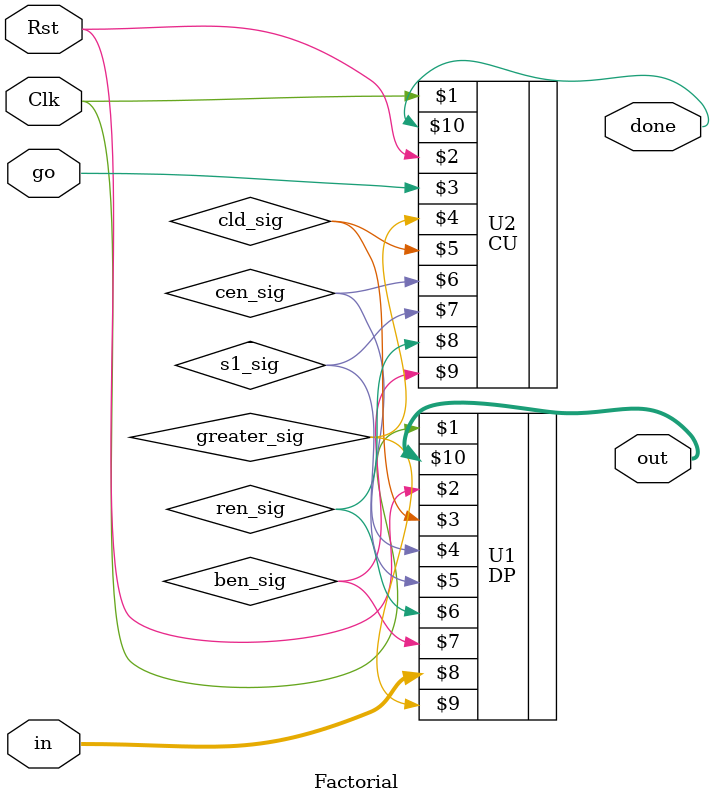
<source format=v>
module Factorial #(parameter iwide = 4, owide = 32)
(input Clk, Rst, go, input [iwide-1:0] in, output done, output [owide-1:0] out);

    wire cld_sig, cen_sig, s1_sig, ren_sig, ben_sig, greater_sig;

    DP #(iwide, owide) U1 (Clk, Rst, cld_sig, cen_sig, s1_sig, ren_sig, ben_sig, in, greater_sig, out);
    CU                 U2 (Clk, Rst, go, greater_sig, cld_sig, cen_sig, s1_sig, ren_sig, ben_sig, done);

endmodule

</source>
